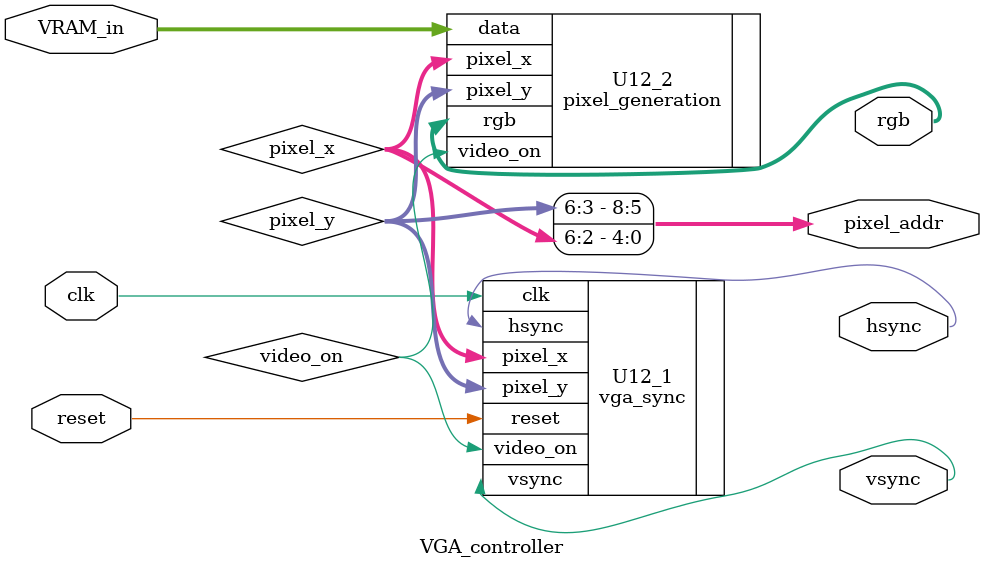
<source format=v>
`timescale 1ns / 1ps
module VGA_controller(
    input clk,
    input reset,
	 input [31:0] VRAM_in,
	 output hsync,
	 output vsync,
    output [2:0] rgb,
	 output [8:0] pixel_addr
    );
	 wire [9:0] pixel_x,pixel_y;
	 wire video_on;
	 
	 assign pixel_addr={pixel_y[6:3],pixel_x[6:2]};
    vga_sync U12_1(.clk(clk),
	                .reset(reset),
						 .hsync(hsync),
						 .vsync(vsync),
						 .video_on(video_on),
						 .pixel_x(pixel_x),
						 .pixel_y(pixel_y));
	 pixel_generation U12_2(.data(VRAM_in),.pixel_x(pixel_x),.pixel_y(pixel_y),.video_on(video_on),.rgb(rgb));
endmodule

</source>
